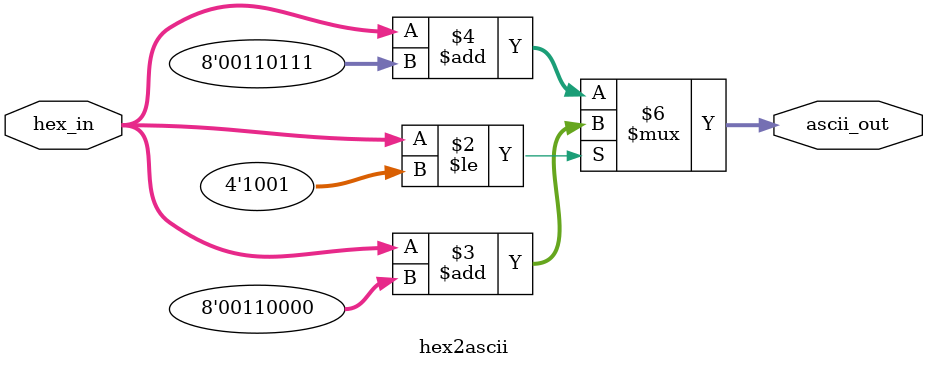
<source format=sv>
module hex2ascii (
    input wire [3:0] hex_in,
    output reg [7:0] ascii_out
);
    always @(*) begin
        if (hex_in <= 4'h9)
            ascii_out = hex_in + 8'h30;  // 0-9 to ASCII '0'-'9'
        else
            ascii_out = hex_in + 8'h37;  // A-F to ASCII 'A'-'F'
    end
endmodule
</source>
